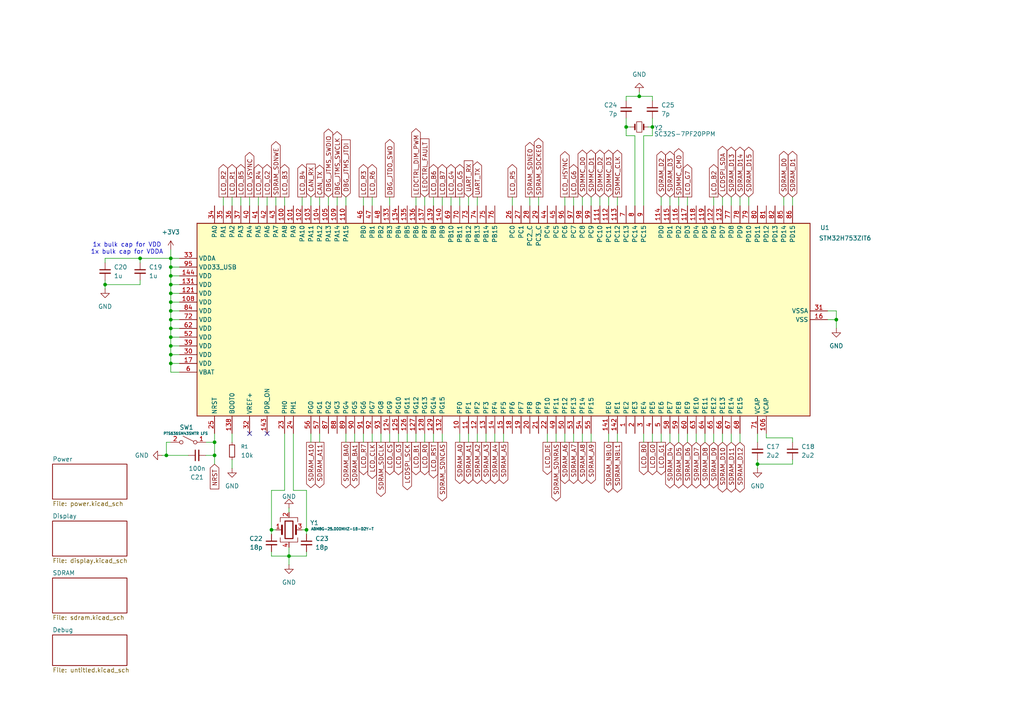
<source format=kicad_sch>
(kicad_sch (version 20250114) (generator "eeschema") (generator_version "9.0")
  (paper "A4")
  (lib_symbols
    (symbol "Device:C_Small" (pin_numbers (hide yes)) (pin_names (offset 0.254) (hide yes))
      (property "Reference" "C" (at 0.254 1.778 0))
      (property "Value" "C_Small" (at 0.254 -2.032 0))
      (symbol "C_Small_0_1"
        (polyline (pts (xy -1.524 0.508) (xy 1.524 0.508)) (stroke (width 0.3048)))
        (polyline (pts (xy -1.524 -0.508) (xy 1.524 -0.508)) (stroke (width 0.3302)))
      )
      (symbol "C_Small_1_1"
        (pin passive line (at 0 2.54 270) (length 2.032) (name "~") (number "1"))
        (pin passive line (at 0 -2.54 90) (length 2.032) (name "~") (number "2"))
      )
    )
    (symbol "Device:Crystal_GND24" (pin_names (offset 1.016) (hide yes))
      (property "Reference" "Y" (at 3.175 5.08 0))
      (property "Value" "Crystal_GND24" (at 3.175 3.175 0))
      (symbol "Crystal_GND24_0_1"
        (polyline (pts (xy -2.54 2.286) (xy -2.54 3.556) (xy 2.54 3.556) (xy 2.54 2.286)))
        (polyline (pts (xy -2.54 0) (xy -2.032 0)))
        (polyline (pts (xy -2.54 -2.286) (xy -2.54 -3.556) (xy 2.54 -3.556) (xy 2.54 -2.286)))
        (polyline (pts (xy -2.032 -1.27) (xy -2.032 1.27)) (stroke (width 0.508)))
        (rectangle (start -1.143 2.54) (end 1.143 -2.54) (stroke (width 0.3048)))
        (polyline (pts (xy 0 3.556) (xy 0 3.81)))
        (polyline (pts (xy 0 -3.81) (xy 0 -3.556)))
        (polyline (pts (xy 2.032 0) (xy 2.54 0)))
        (polyline (pts (xy 2.032 -1.27) (xy 2.032 1.27)) (stroke (width 0.508)))
      )
      (symbol "Crystal_GND24_1_1"
        (pin passive line (at -3.81 0 0) (length 1.27) (name "1") (number "1"))
        (pin passive line (at 0 5.08 270) (length 1.27) (name "2") (number "2"))
        (pin passive line (at 0 -5.08 90) (length 1.27) (name "4") (number "4"))
        (pin passive line (at 3.81 0 180) (length 1.27) (name "3") (number "3"))
      )
    )
    (symbol "Device:Crystal_Small" (pin_numbers (hide yes)) (pin_names (offset 1.016) (hide yes))
      (property "Reference" "Y" (at 0 2.54 0))
      (property "Value" "Crystal_Small" (at 0 -2.54 0))
      (symbol "Crystal_Small_0_1"
        (polyline (pts (xy -1.27 -0.762) (xy -1.27 0.762)) (stroke (width 0.381)))
        (rectangle (start -0.762 -1.524) (end 0.762 1.524))
        (polyline (pts (xy 1.27 -0.762) (xy 1.27 0.762)) (stroke (width 0.381)))
      )
      (symbol "Crystal_Small_1_1"
        (pin passive line (at -2.54 0 0) (length 1.27) (name "1") (number "1"))
        (pin passive line (at 2.54 0 180) (length 1.27) (name "2") (number "2"))
      )
    )
    (symbol "Device:R_Small" (pin_numbers (hide yes)) (pin_names (offset 0.254) (hide yes))
      (property "Reference" "R" (at 0 0 90))
      (property "Value" "R_Small" (at 1.778 0 90))
      (symbol "R_Small_0_1"
        (rectangle (start -0.762 1.778) (end 0.762 -1.778) (stroke (width 0.2032)))
      )
      (symbol "R_Small_1_1"
        (pin passive line (at 0 2.54 270) (length 0.762) (name "~") (number "1"))
        (pin passive line (at 0 -2.54 90) (length 0.762) (name "~") (number "2"))
      )
    )
    (symbol "MCU_ST_STM32H7:STM32H753ZITx"
      (property "Reference" "U" (at -27.94 90.17 0))
      (property "Value" "STM32H753ZITx" (at 20.32 90.17 0))
      (symbol "STM32H753ZITx_0_1"
        (rectangle (start -27.94 -88.9) (end 27.94 88.9) (stroke (width 0.254)) (fill (type background)))
      )
      (symbol "STM32H753ZITx_1_1"
        (pin input line (at -33.02 83.82 0) (length 5.08) (name "NRST") (number "25"))
        (pin input line (at -33.02 78.74 0) (length 5.08) (name "BOOT0") (number "138"))
        (pin input line (at -33.02 73.66 0) (length 5.08) (name "VREF+") (number "32"))
        (pin input line (at -33.02 68.58 0) (length 5.08) (name "PDR_ON") (number "143"))
        (pin bidirectional line (at -33.02 63.5 0) (length 5.08) (name "PH0") (number "23"))
        (pin bidirectional line (at -33.02 60.96 0) (length 5.08) (name "PH1") (number "24"))
        (pin bidirectional line (at -33.02 55.88 0) (length 5.08) (name "PG0") (number "56"))
        (pin bidirectional line (at -33.02 53.34 0) (length 5.08) (name "PG1") (number "57"))
        (pin bidirectional line (at -33.02 50.8 0) (length 5.08) (name "PG2") (number "87"))
        (pin bidirectional line (at -33.02 48.26 0) (length 5.08) (name "PG3") (number "88"))
        (pin bidirectional line (at -33.02 45.72 0) (length 5.08) (name "PG4") (number "89"))
        (pin bidirectional line (at -33.02 43.18 0) (length 5.08) (name "PG5") (number "90"))
        (pin bidirectional line (at -33.02 40.64 0) (length 5.08) (name "PG6") (number "91"))
        (pin bidirectional line (at -33.02 38.1 0) (length 5.08) (name "PG7") (number "92"))
        (pin bidirectional line (at -33.02 35.56 0) (length 5.08) (name "PG8") (number "93"))
        (pin bidirectional line (at -33.02 33.02 0) (length 5.08) (name "PG9") (number "124"))
        (pin bidirectional line (at -33.02 30.48 0) (length 5.08) (name "PG10") (number "125"))
        (pin bidirectional line (at -33.02 27.94 0) (length 5.08) (name "PG11") (number "126"))
        (pin bidirectional line (at -33.02 25.4 0) (length 5.08) (name "PG12") (number "127"))
        (pin bidirectional line (at -33.02 22.86 0) (length 5.08) (name "PG13") (number "128"))
        (pin bidirectional line (at -33.02 20.32 0) (length 5.08) (name "PG14") (number "129"))
        (pin bidirectional line (at -33.02 17.78 0) (length 5.08) (name "PG15") (number "132"))
        (pin bidirectional line (at -33.02 12.7 0) (length 5.08) (name "PF0") (number "10"))
        (pin bidirectional line (at -33.02 10.16 0) (length 5.08) (name "PF1") (number "11"))
        (pin bidirectional line (at -33.02 7.62 0) (length 5.08) (name "PF2") (number "12"))
        (pin bidirectional line (at -33.02 5.08 0) (length 5.08) (name "PF3") (number "13"))
        (pin bidirectional line (at -33.02 2.54 0) (length 5.08) (name "PF4") (number "14"))
        (pin bidirectional line (at -33.02 0 0) (length 5.08) (name "PF5") (number "15"))
        (pin bidirectional line (at -33.02 -2.54 0) (length 5.08) (name "PF6") (number "18"))
        (pin bidirectional line (at -33.02 -5.08 0) (length 5.08) (name "PF7") (number "19"))
        (pin bidirectional line (at -33.02 -7.62 0) (length 5.08) (name "PF8") (number "20"))
        (pin bidirectional line (at -33.02 -10.16 0) (length 5.08) (name "PF9") (number "21"))
        (pin bidirectional line (at -33.02 -12.7 0) (length 5.08) (name "PF10") (number "22"))
        (pin bidirectional line (at -33.02 -15.24 0) (length 5.08) (name "PF11") (number "49"))
        (pin bidirectional line (at -33.02 -17.78 0) (length 5.08) (name "PF12") (number "50"))
        (pin bidirectional line (at -33.02 -20.32 0) (length 5.08) (name "PF13") (number "53"))
        (pin bidirectional line (at -33.02 -22.86 0) (length 5.08) (name "PF14") (number "54"))
        (pin bidirectional line (at -33.02 -25.4 0) (length 5.08) (name "PF15") (number "55"))
        (pin bidirectional line (at -33.02 -30.48 0) (length 5.08) (name "PE0") (number "141"))
        (pin bidirectional line (at -33.02 -33.02 0) (length 5.08) (name "PE1") (number "142"))
        (pin bidirectional line (at -33.02 -35.56 0) (length 5.08) (name "PE2") (number "1"))
        (pin bidirectional line (at -33.02 -38.1 0) (length 5.08) (name "PE3") (number "2"))
        (pin bidirectional line (at -33.02 -40.64 0) (length 5.08) (name "PE4") (number "3"))
        (pin bidirectional line (at -33.02 -43.18 0) (length 5.08) (name "PE5") (number "4"))
        (pin bidirectional line (at -33.02 -45.72 0) (length 5.08) (name "PE6") (number "5"))
        (pin bidirectional line (at -33.02 -48.26 0) (length 5.08) (name "PE7") (number "58"))
        (pin bidirectional line (at -33.02 -50.8 0) (length 5.08) (name "PE8") (number "59"))
        (pin bidirectional line (at -33.02 -53.34 0) (length 5.08) (name "PE9") (number "60"))
        (pin bidirectional line (at -33.02 -55.88 0) (length 5.08) (name "PE10") (number "63"))
        (pin bidirectional line (at -33.02 -58.42 0) (length 5.08) (name "PE11") (number "64"))
        (pin bidirectional line (at -33.02 -60.96 0) (length 5.08) (name "PE12") (number "65"))
        (pin bidirectional line (at -33.02 -63.5 0) (length 5.08) (name "PE13") (number "66"))
        (pin bidirectional line (at -33.02 -66.04 0) (length 5.08) (name "PE14") (number "67"))
        (pin bidirectional line (at -33.02 -68.58 0) (length 5.08) (name "PE15") (number "68"))
        (pin power_out line (at -33.02 -73.66 0) (length 5.08) (name "VCAP") (number "71"))
        (pin power_out line (at -33.02 -76.2 0) (length 5.08) (name "VCAP") (number "106"))
        (pin power_in line (at -15.24 93.98 270) (length 5.08) (name "VBAT") (number "6"))
        (pin power_in line (at -12.7 93.98 270) (length 5.08) (name "VDD") (number "17"))
        (pin power_in line (at -10.16 93.98 270) (length 5.08) (name "VDD") (number "30"))
        (pin power_in line (at -7.62 93.98 270) (length 5.08) (name "VDD") (number "39"))
        (pin power_in line (at -5.08 93.98 270) (length 5.08) (name "VDD") (number "52"))
        (pin power_in line (at -2.54 93.98 270) (length 5.08) (name "VDD") (number "62"))
        (pin power_in line (at 0 93.98 270) (length 5.08) (name "VDD") (number "72"))
        (pin passive line (at 0 -93.98 90) (length 5.08) (hide yes) (name "VSS") (number "107"))
        (pin passive line (at 0 -93.98 90) (length 5.08) (hide yes) (name "VSS") (number "120"))
        (pin passive line (at 0 -93.98 90) (length 5.08) (hide yes) (name "VSS") (number "130"))
        (pin power_in line (at 0 -93.98 90) (length 5.08) (name "VSS") (number "16"))
        (pin passive line (at 0 -93.98 90) (length 5.08) (hide yes) (name "VSS") (number "38"))
        (pin passive line (at 0 -93.98 90) (length 5.08) (hide yes) (name "VSS") (number "51"))
        (pin passive line (at 0 -93.98 90) (length 5.08) (hide yes) (name "VSS") (number "61"))
        (pin passive line (at 0 -93.98 90) (length 5.08) (hide yes) (name "VSS") (number "83"))
        (pin passive line (at 0 -93.98 90) (length 5.08) (hide yes) (name "VSS") (number "94"))
        (pin power_in line (at 2.54 93.98 270) (length 5.08) (name "VDD") (number "84"))
        (pin power_in line (at 2.54 -93.98 90) (length 5.08) (name "VSSA") (number "31"))
        (pin power_in line (at 5.08 93.98 270) (length 5.08) (name "VDD") (number "108"))
        (pin power_in line (at 7.62 93.98 270) (length 5.08) (name "VDD") (number "121"))
        (pin power_in line (at 10.16 93.98 270) (length 5.08) (name "VDD") (number "131"))
        (pin power_in line (at 12.7 93.98 270) (length 5.08) (name "VDD") (number "144"))
        (pin power_in line (at 15.24 93.98 270) (length 5.08) (name "VDD33_USB") (number "95"))
        (pin power_in line (at 17.78 93.98 270) (length 5.08) (name "VDDA") (number "33"))
        (pin bidirectional line (at 33.02 83.82 180) (length 5.08) (name "PA0") (number "34"))
        (pin bidirectional line (at 33.02 81.28 180) (length 5.08) (name "PA1") (number "35"))
        (pin bidirectional line (at 33.02 78.74 180) (length 5.08) (name "PA2") (number "36"))
        (pin bidirectional line (at 33.02 76.2 180) (length 5.08) (name "PA3") (number "37"))
        (pin bidirectional line (at 33.02 73.66 180) (length 5.08) (name "PA4") (number "40"))
        (pin bidirectional line (at 33.02 71.12 180) (length 5.08) (name "PA5") (number "41"))
        (pin bidirectional line (at 33.02 68.58 180) (length 5.08) (name "PA6") (number "42"))
        (pin bidirectional line (at 33.02 66.04 180) (length 5.08) (name "PA7") (number "43"))
        (pin bidirectional line (at 33.02 63.5 180) (length 5.08) (name "PA8") (number "100"))
        (pin bidirectional line (at 33.02 60.96 180) (length 5.08) (name "PA9") (number "101"))
        (pin bidirectional line (at 33.02 58.42 180) (length 5.08) (name "PA10") (number "102"))
        (pin bidirectional line (at 33.02 55.88 180) (length 5.08) (name "PA11") (number "103"))
        (pin bidirectional line (at 33.02 53.34 180) (length 5.08) (name "PA12") (number "104"))
        (pin bidirectional line (at 33.02 50.8 180) (length 5.08) (name "PA13") (number "105"))
        (pin bidirectional line (at 33.02 48.26 180) (length 5.08) (name "PA14") (number "109"))
        (pin bidirectional line (at 33.02 45.72 180) (length 5.08) (name "PA15") (number "110"))
        (pin bidirectional line (at 33.02 40.64 180) (length 5.08) (name "PB0") (number "46"))
        (pin bidirectional line (at 33.02 38.1 180) (length 5.08) (name "PB1") (number "47"))
        (pin bidirectional line (at 33.02 35.56 180) (length 5.08) (name "PB2") (number "48"))
        (pin bidirectional line (at 33.02 33.02 180) (length 5.08) (name "PB3") (number "133"))
        (pin bidirectional line (at 33.02 30.48 180) (length 5.08) (name "PB4") (number "134"))
        (pin bidirectional line (at 33.02 27.94 180) (length 5.08) (name "PB5") (number "135"))
        (pin bidirectional line (at 33.02 25.4 180) (length 5.08) (name "PB6") (number "136"))
        (pin bidirectional line (at 33.02 22.86 180) (length 5.08) (name "PB7") (number "137"))
        (pin bidirectional line (at 33.02 20.32 180) (length 5.08) (name "PB8") (number "139"))
        (pin bidirectional line (at 33.02 17.78 180) (length 5.08) (name "PB9") (number "140"))
        (pin bidirectional line (at 33.02 15.24 180) (length 5.08) (name "PB10") (number "69"))
        (pin bidirectional line (at 33.02 12.7 180) (length 5.08) (name "PB11") (number "70"))
        (pin bidirectional line (at 33.02 10.16 180) (length 5.08) (name "PB12") (number "73"))
        (pin bidirectional line (at 33.02 7.62 180) (length 5.08) (name "PB13") (number "74"))
        (pin bidirectional line (at 33.02 5.08 180) (length 5.08) (name "PB14") (number "75"))
        (pin bidirectional line (at 33.02 2.54 180) (length 5.08) (name "PB15") (number "76"))
        (pin bidirectional line (at 33.02 -2.54 180) (length 5.08) (name "PC0") (number "26"))
        (pin bidirectional line (at 33.02 -5.08 180) (length 5.08) (name "PC1") (number "27"))
        (pin bidirectional line (at 33.02 -7.62 180) (length 5.08) (name "PC2_C") (number "28"))
        (pin bidirectional line (at 33.02 -10.16 180) (length 5.08) (name "PC3_C") (number "29"))
        (pin bidirectional line (at 33.02 -12.7 180) (length 5.08) (name "PC4") (number "44"))
        (pin bidirectional line (at 33.02 -15.24 180) (length 5.08) (name "PC5") (number "45"))
        (pin bidirectional line (at 33.02 -17.78 180) (length 5.08) (name "PC6") (number "96"))
        (pin bidirectional line (at 33.02 -20.32 180) (length 5.08) (name "PC7") (number "97"))
        (pin bidirectional line (at 33.02 -22.86 180) (length 5.08) (name "PC8") (number "98"))
        (pin bidirectional line (at 33.02 -25.4 180) (length 5.08) (name "PC9") (number "99"))
        (pin bidirectional line (at 33.02 -27.94 180) (length 5.08) (name "PC10") (number "111"))
        (pin bidirectional line (at 33.02 -30.48 180) (length 5.08) (name "PC11") (number "112"))
        (pin bidirectional line (at 33.02 -33.02 180) (length 5.08) (name "PC12") (number "113"))
        (pin bidirectional line (at 33.02 -35.56 180) (length 5.08) (name "PC13") (number "7"))
        (pin bidirectional line (at 33.02 -38.1 180) (length 5.08) (name "PC14") (number "8"))
        (pin bidirectional line (at 33.02 -40.64 180) (length 5.08) (name "PC15") (number "9"))
        (pin bidirectional line (at 33.02 -45.72 180) (length 5.08) (name "PD0") (number "114"))
        (pin bidirectional line (at 33.02 -48.26 180) (length 5.08) (name "PD1") (number "115"))
        (pin bidirectional line (at 33.02 -50.8 180) (length 5.08) (name "PD2") (number "116"))
        (pin bidirectional line (at 33.02 -53.34 180) (length 5.08) (name "PD3") (number "117"))
        (pin bidirectional line (at 33.02 -55.88 180) (length 5.08) (name "PD4") (number "118"))
        (pin bidirectional line (at 33.02 -58.42 180) (length 5.08) (name "PD5") (number "119"))
        (pin bidirectional line (at 33.02 -60.96 180) (length 5.08) (name "PD6") (number "122"))
        (pin bidirectional line (at 33.02 -63.5 180) (length 5.08) (name "PD7") (number "123"))
        (pin bidirectional line (at 33.02 -66.04 180) (length 5.08) (name "PD8") (number "77"))
        (pin bidirectional line (at 33.02 -68.58 180) (length 5.08) (name "PD9") (number "78"))
        (pin bidirectional line (at 33.02 -71.12 180) (length 5.08) (name "PD10") (number "79"))
        (pin bidirectional line (at 33.02 -73.66 180) (length 5.08) (name "PD11") (number "80"))
        (pin bidirectional line (at 33.02 -76.2 180) (length 5.08) (name "PD12") (number "81"))
        (pin bidirectional line (at 33.02 -78.74 180) (length 5.08) (name "PD13") (number "82"))
        (pin bidirectional line (at 33.02 -81.28 180) (length 5.08) (name "PD14") (number "85"))
        (pin bidirectional line (at 33.02 -83.82 180) (length 5.08) (name "PD15") (number "86"))
      )
    )
    (symbol "Switch:SW_SPST" (pin_names (offset 0) (hide yes))
      (property "Reference" "SW" (at 0 3.175 0))
      (property "Value" "SW_SPST" (at 0 -2.54 0))
      (symbol "SW_SPST_0_0"
        (circle (center -2.032 0) (radius 0.508))
        (polyline (pts (xy -1.524 0.254) (xy 1.524 1.778)))
        (circle (center 2.032 0) (radius 0.508))
      )
      (symbol "SW_SPST_1_1"
        (pin passive line (at -5.08 0 0) (length 2.54) (name "A") (number "1"))
        (pin passive line (at 5.08 0 180) (length 2.54) (name "B") (number "2"))
      )
    )
    (symbol "power:+3V3" (power) (pin_numbers (hide yes)) (pin_names (offset 0) (hide yes))
      (property "Value" "+3V3" (at 0 3.556 0))
      (symbol "+3V3_0_1"
        (polyline (pts (xy -0.762 1.27) (xy 0 2.54)))
        (polyline (pts (xy 0 2.54) (xy 0.762 1.27)))
        (polyline (pts (xy 0 0) (xy 0 2.54)))
      )
      (symbol "+3V3_1_1"
        (pin power_in line (at 0 0 90) (length 0) (name "~") (number "1"))
      )
    )
    (symbol "power:GND" (power) (pin_numbers (hide yes)) (pin_names (offset 0) (hide yes))
      (property "Value" "GND" (at 0 -3.81 0))
      (symbol "GND_0_1"
        (polyline (pts (xy 0 0) (xy 0 -1.27) (xy 1.27 -1.27) (xy 0 -2.54) (xy -1.27 -1.27) (xy 0 -1.27)))
      )
      (symbol "GND_1_1"
        (pin power_in line (at 0 0 270) (length 0) (name "~") (number "1"))
      )
    )
  )
  (text "1x bulk cap for VDD\n1x bulk cap for VDDA" (at 36.83 72.136 0) (effects (font (size 1.27 1.27))))
  (junction (at 242.57 92.71))
  (junction (at 83.82 161.29))
  (junction (at 49.53 100.33))
  (junction (at 49.53 102.87))
  (junction (at 48.26 132.08))
  (junction (at 185.42 27.94))
  (junction (at 49.53 74.93))
  (junction (at 40.64 74.93))
  (junction (at 49.53 80.01))
  (junction (at 62.23 128.27))
  (junction (at 49.53 77.47))
  (junction (at 62.23 132.08))
  (junction (at 30.48 82.55))
  (junction (at 49.53 95.25))
  (junction (at 49.53 105.41))
  (junction (at 49.53 82.55))
  (junction (at 49.53 87.63))
  (junction (at 49.53 90.17))
  (junction (at 49.53 92.71))
  (junction (at 219.71 134.62))
  (junction (at 189.23 36.83))
  (junction (at 49.53 85.09))
  (junction (at 78.74 153.67))
  (junction (at 88.9 153.67))
  (junction (at 181.61 36.83))
  (junction (at 49.53 97.79))
  (no_connect (at 77.47 125.73))
  (no_connect (at 72.39 125.73))
  (wire (pts (xy 83.82 161.29) (xy 88.9 161.29)))
  (wire (pts (xy 146.05 125.73) (xy 146.05 128.27)))
  (wire (pts (xy 212.09 57.15) (xy 212.09 59.69)))
  (wire (pts (xy 229.87 57.15) (xy 229.87 59.69)))
  (wire (pts (xy 62.23 128.27) (xy 62.23 125.73)))
  (wire (pts (xy 88.9 142.24) (xy 85.09 142.24)))
  (wire (pts (xy 49.53 80.01) (xy 52.07 80.01)))
  (wire (pts (xy 80.01 57.15) (xy 80.01 59.69)))
  (wire (pts (xy 199.39 57.15) (xy 199.39 59.69)))
  (wire (pts (xy 97.79 57.15) (xy 97.79 59.69)))
  (wire (pts (xy 74.93 57.15) (xy 74.93 59.69)))
  (wire (pts (xy 67.31 133.35) (xy 67.31 135.89)))
  (wire (pts (xy 100.33 57.15) (xy 100.33 59.69)))
  (wire (pts (xy 78.74 142.24) (xy 82.55 142.24)))
  (wire (pts (xy 207.01 57.15) (xy 207.01 59.69)))
  (wire (pts (xy 102.87 125.73) (xy 102.87 128.27)))
  (wire (pts (xy 78.74 153.67) (xy 78.74 142.24)))
  (wire (pts (xy 168.91 57.15) (xy 168.91 59.69)))
  (wire (pts (xy 92.71 57.15) (xy 92.71 59.69)))
  (wire (pts (xy 88.9 160.02) (xy 88.9 161.29)))
  (wire (pts (xy 67.31 57.15) (xy 67.31 59.69)))
  (wire (pts (xy 209.55 128.27) (xy 209.55 125.73)))
  (wire (pts (xy 229.87 134.62) (xy 219.71 134.62)))
  (wire (pts (xy 123.19 57.15) (xy 123.19 59.69)))
  (wire (pts (xy 49.53 90.17) (xy 52.07 90.17)))
  (wire (pts (xy 201.93 128.27) (xy 201.93 125.73)))
  (wire (pts (xy 123.19 125.73) (xy 123.19 128.27)))
  (wire (pts (xy 113.03 57.15) (xy 113.03 59.69)))
  (wire (pts (xy 196.85 57.15) (xy 196.85 59.69)))
  (wire (pts (xy 49.53 85.09) (xy 52.07 85.09)))
  (wire (pts (xy 168.91 125.73) (xy 168.91 128.27)))
  (wire (pts (xy 87.63 153.67) (xy 88.9 153.67)))
  (wire (pts (xy 49.53 102.87) (xy 52.07 102.87)))
  (wire (pts (xy 52.07 107.95) (xy 49.53 107.95)))
  (wire (pts (xy 135.89 125.73) (xy 135.89 128.27)))
  (wire (pts (xy 85.09 142.24) (xy 85.09 125.73)))
  (wire (pts (xy 49.53 107.95) (xy 49.53 105.41)))
  (wire (pts (xy 209.55 57.15) (xy 209.55 59.69)))
  (wire (pts (xy 176.53 125.73) (xy 176.53 128.27)))
  (wire (pts (xy 87.63 57.15) (xy 87.63 59.69)))
  (wire (pts (xy 48.26 132.08) (xy 54.61 132.08)))
  (wire (pts (xy 49.53 87.63) (xy 52.07 87.63)))
  (wire (pts (xy 222.25 127) (xy 222.25 125.73)))
  (wire (pts (xy 30.48 82.55) (xy 30.48 83.82)))
  (wire (pts (xy 48.26 128.27) (xy 48.26 132.08)))
  (wire (pts (xy 30.48 82.55) (xy 30.48 81.28)))
  (wire (pts (xy 49.53 97.79) (xy 49.53 100.33)))
  (wire (pts (xy 186.69 39.37) (xy 189.23 39.37)))
  (wire (pts (xy 30.48 74.93) (xy 40.64 74.93)))
  (wire (pts (xy 199.39 125.73) (xy 199.39 128.27)))
  (wire (pts (xy 95.25 57.15) (xy 95.25 59.69)))
  (wire (pts (xy 64.77 57.15) (xy 64.77 59.69)))
  (wire (pts (xy 179.07 57.15) (xy 179.07 59.69)))
  (wire (pts (xy 46.99 132.08) (xy 48.26 132.08)))
  (wire (pts (xy 107.95 57.15) (xy 107.95 59.69)))
  (wire (pts (xy 182.88 36.83) (xy 181.61 36.83)))
  (wire (pts (xy 128.27 125.73) (xy 128.27 128.27)))
  (wire (pts (xy 59.69 128.27) (xy 62.23 128.27)))
  (wire (pts (xy 240.03 92.71) (xy 242.57 92.71)))
  (wire (pts (xy 49.53 87.63) (xy 49.53 90.17)))
  (wire (pts (xy 189.23 36.83) (xy 187.96 36.83)))
  (wire (pts (xy 120.65 125.73) (xy 120.65 128.27)))
  (wire (pts (xy 173.99 57.15) (xy 173.99 59.69)))
  (wire (pts (xy 229.87 133.35) (xy 229.87 134.62)))
  (wire (pts (xy 80.01 153.67) (xy 78.74 153.67)))
  (wire (pts (xy 49.53 90.17) (xy 49.53 92.71)))
  (wire (pts (xy 166.37 57.15) (xy 166.37 59.69)))
  (wire (pts (xy 49.53 74.93) (xy 52.07 74.93)))
  (wire (pts (xy 49.53 92.71) (xy 52.07 92.71)))
  (wire (pts (xy 191.77 125.73) (xy 191.77 128.27)))
  (wire (pts (xy 133.35 125.73) (xy 133.35 128.27)))
  (wire (pts (xy 214.63 128.27) (xy 214.63 125.73)))
  (wire (pts (xy 163.83 57.15) (xy 163.83 59.69)))
  (wire (pts (xy 88.9 153.67) (xy 88.9 142.24)))
  (wire (pts (xy 179.07 125.73) (xy 179.07 128.27)))
  (wire (pts (xy 69.85 57.15) (xy 69.85 59.69)))
  (wire (pts (xy 59.69 132.08) (xy 62.23 132.08)))
  (wire (pts (xy 49.53 92.71) (xy 49.53 95.25)))
  (wire (pts (xy 181.61 27.94) (xy 181.61 29.21)))
  (wire (pts (xy 184.15 39.37) (xy 184.15 59.69)))
  (wire (pts (xy 82.55 57.15) (xy 82.55 59.69)))
  (wire (pts (xy 78.74 153.67) (xy 78.74 154.94)))
  (wire (pts (xy 100.33 125.73) (xy 100.33 128.27)))
  (wire (pts (xy 125.73 57.15) (xy 125.73 59.69)))
  (wire (pts (xy 49.53 82.55) (xy 49.53 85.09)))
  (wire (pts (xy 219.71 134.62) (xy 219.71 135.89)))
  (wire (pts (xy 158.75 125.73) (xy 158.75 128.27)))
  (wire (pts (xy 49.53 95.25) (xy 49.53 97.79)))
  (wire (pts (xy 83.82 158.75) (xy 83.82 161.29)))
  (wire (pts (xy 49.53 74.93) (xy 49.53 77.47)))
  (wire (pts (xy 120.65 57.15) (xy 120.65 59.69)))
  (wire (pts (xy 133.35 57.15) (xy 133.35 59.69)))
  (wire (pts (xy 217.17 57.15) (xy 217.17 59.69)))
  (wire (pts (xy 212.09 128.27) (xy 212.09 125.73)))
  (wire (pts (xy 186.69 39.37) (xy 186.69 59.69)))
  (wire (pts (xy 194.31 125.73) (xy 194.31 128.27)))
  (wire (pts (xy 49.53 72.39) (xy 49.53 74.93)))
  (wire (pts (xy 49.53 100.33) (xy 49.53 102.87)))
  (wire (pts (xy 49.53 97.79) (xy 52.07 97.79)))
  (wire (pts (xy 207.01 128.27) (xy 207.01 125.73)))
  (wire (pts (xy 242.57 92.71) (xy 242.57 90.17)))
  (wire (pts (xy 49.53 102.87) (xy 49.53 105.41)))
  (wire (pts (xy 191.77 57.15) (xy 191.77 59.69)))
  (wire (pts (xy 171.45 57.15) (xy 171.45 59.69)))
  (wire (pts (xy 77.47 57.15) (xy 77.47 59.69)))
  (wire (pts (xy 88.9 153.67) (xy 88.9 154.94)))
  (wire (pts (xy 219.71 125.73) (xy 219.71 128.27)))
  (wire (pts (xy 49.53 77.47) (xy 49.53 80.01)))
  (wire (pts (xy 135.89 57.15) (xy 135.89 59.69)))
  (wire (pts (xy 227.33 57.15) (xy 227.33 59.69)))
  (wire (pts (xy 78.74 160.02) (xy 78.74 161.29)))
  (wire (pts (xy 49.53 105.41) (xy 52.07 105.41)))
  (wire (pts (xy 49.53 128.27) (xy 48.26 128.27)))
  (wire (pts (xy 110.49 125.73) (xy 110.49 128.27)))
  (wire (pts (xy 130.81 57.15) (xy 130.81 59.69)))
  (wire (pts (xy 163.83 125.73) (xy 163.83 128.27)))
  (wire (pts (xy 153.67 57.15) (xy 153.67 59.69)))
  (wire (pts (xy 186.69 125.73) (xy 186.69 128.27)))
  (wire (pts (xy 181.61 36.83) (xy 181.61 39.37)))
  (wire (pts (xy 161.29 125.73) (xy 161.29 128.27)))
  (wire (pts (xy 49.53 100.33) (xy 52.07 100.33)))
  (wire (pts (xy 242.57 95.25) (xy 242.57 92.71)))
  (wire (pts (xy 143.51 125.73) (xy 143.51 128.27)))
  (wire (pts (xy 176.53 57.15) (xy 176.53 59.69)))
  (wire (pts (xy 242.57 90.17) (xy 240.03 90.17)))
  (wire (pts (xy 196.85 125.73) (xy 196.85 128.27)))
  (wire (pts (xy 62.23 132.08) (xy 62.23 134.62)))
  (wire (pts (xy 49.53 82.55) (xy 52.07 82.55)))
  (wire (pts (xy 30.48 76.2) (xy 30.48 74.93)))
  (wire (pts (xy 204.47 128.27) (xy 204.47 125.73)))
  (wire (pts (xy 83.82 147.32) (xy 83.82 148.59)))
  (wire (pts (xy 189.23 29.21) (xy 189.23 27.94)))
  (wire (pts (xy 140.97 125.73) (xy 140.97 128.27)))
  (wire (pts (xy 189.23 125.73) (xy 189.23 128.27)))
  (wire (pts (xy 90.17 125.73) (xy 90.17 128.27)))
  (wire (pts (xy 166.37 125.73) (xy 166.37 128.27)))
  (wire (pts (xy 148.59 57.15) (xy 148.59 59.69)))
  (wire (pts (xy 125.73 128.27) (xy 125.73 125.73)))
  (wire (pts (xy 189.23 34.29) (xy 189.23 36.83)))
  (wire (pts (xy 138.43 125.73) (xy 138.43 128.27)))
  (wire (pts (xy 185.42 27.94) (xy 189.23 27.94)))
  (wire (pts (xy 78.74 161.29) (xy 83.82 161.29)))
  (wire (pts (xy 62.23 132.08) (xy 62.23 128.27)))
  (wire (pts (xy 49.53 80.01) (xy 49.53 82.55)))
  (wire (pts (xy 118.11 125.73) (xy 118.11 128.27)))
  (wire (pts (xy 72.39 57.15) (xy 72.39 59.69)))
  (wire (pts (xy 40.64 81.28) (xy 40.64 82.55)))
  (wire (pts (xy 107.95 125.73) (xy 107.95 128.27)))
  (wire (pts (xy 156.21 57.15) (xy 156.21 59.69)))
  (wire (pts (xy 185.42 26.67) (xy 185.42 27.94)))
  (wire (pts (xy 92.71 125.73) (xy 92.71 128.27)))
  (wire (pts (xy 128.27 57.15) (xy 128.27 59.69)))
  (wire (pts (xy 229.87 128.27) (xy 229.87 127)))
  (wire (pts (xy 40.64 74.93) (xy 49.53 74.93)))
  (wire (pts (xy 229.87 127) (xy 222.25 127)))
  (wire (pts (xy 194.31 57.15) (xy 194.31 59.69)))
  (wire (pts (xy 181.61 34.29) (xy 181.61 36.83)))
  (wire (pts (xy 138.43 57.15) (xy 138.43 59.69)))
  (wire (pts (xy 40.64 74.93) (xy 40.64 76.2)))
  (wire (pts (xy 105.41 57.15) (xy 105.41 59.69)))
  (wire (pts (xy 49.53 95.25) (xy 52.07 95.25)))
  (wire (pts (xy 83.82 161.29) (xy 83.82 163.83)))
  (wire (pts (xy 214.63 57.15) (xy 214.63 59.69)))
  (wire (pts (xy 189.23 39.37) (xy 189.23 36.83)))
  (wire (pts (xy 115.57 125.73) (xy 115.57 128.27)))
  (wire (pts (xy 52.07 77.47) (xy 49.53 77.47)))
  (wire (pts (xy 185.42 27.94) (xy 181.61 27.94)))
  (wire (pts (xy 49.53 85.09) (xy 49.53 87.63)))
  (wire (pts (xy 181.61 39.37) (xy 184.15 39.37)))
  (wire (pts (xy 113.03 125.73) (xy 113.03 128.27)))
  (wire (pts (xy 82.55 142.24) (xy 82.55 125.73)))
  (wire (pts (xy 90.17 57.15) (xy 90.17 59.69)))
  (wire (pts (xy 105.41 125.73) (xy 105.41 128.27)))
  (wire (pts (xy 67.31 125.73) (xy 67.31 128.27)))
  (wire (pts (xy 40.64 82.55) (xy 30.48 82.55)))
  (wire (pts (xy 219.71 134.62) (xy 219.71 133.35)))
  (wire (pts (xy 171.45 125.73) (xy 171.45 128.27)))
  (global_label "LCD_DE" (shape output) (at 158.75 128.27 270) (property "Intersheetrefs" "${INTERSHEET_REFS}" (effects (hide yes))))
  (global_label "NRST" (shape input) (at 62.23 134.62 270) (property "Intersheetrefs" "${INTERSHEET_REFS}" (effects (hide yes))))
  (global_label "LCD_G2" (shape output) (at 77.47 57.15 90) (property "Intersheetrefs" "${INTERSHEET_REFS}" (effects (hide yes))))
  (global_label "SDRAM_SDCKE0" (shape output) (at 156.21 57.15 90) (property "Intersheetrefs" "${INTERSHEET_REFS}" (effects (hide yes))))
  (global_label "SDRAM_SDNRAS" (shape output) (at 161.29 128.27 270) (property "Intersheetrefs" "${INTERSHEET_REFS}" (effects (hide yes))))
  (global_label "SDRAM_D11" (shape bidirectional) (at 212.09 128.27 270) (property "Intersheetrefs" "${INTERSHEET_REFS}" (effects (hide yes))))
  (global_label "SDRAM_D15" (shape bidirectional) (at 217.17 57.15 90) (property "Intersheetrefs" "${INTERSHEET_REFS}" (effects (hide yes))))
  (global_label "LCD_R0" (shape output) (at 123.19 128.27 270) (property "Intersheetrefs" "${INTERSHEET_REFS}" (effects (hide yes))))
  (global_label "LCD_G4" (shape output) (at 130.81 57.15 90) (property "Intersheetrefs" "${INTERSHEET_REFS}" (effects (hide yes))))
  (global_label "UART_TX" (shape output) (at 138.43 57.15 90) (property "Intersheetrefs" "${INTERSHEET_REFS}" (effects (hide yes))))
  (global_label "SDRAM_BA0" (shape output) (at 100.33 128.27 270) (property "Intersheetrefs" "${INTERSHEET_REFS}" (effects (hide yes))))
  (global_label "SDRAM_A2" (shape output) (at 138.43 128.27 270) (property "Intersheetrefs" "${INTERSHEET_REFS}" (effects (hide yes))))
  (global_label "SDRAM_D13" (shape bidirectional) (at 212.09 57.15 90) (property "Intersheetrefs" "${INTERSHEET_REFS}" (effects (hide yes))))
  (global_label "SDRAM_NBL1" (shape output) (at 179.07 128.27 270) (property "Intersheetrefs" "${INTERSHEET_REFS}" (effects (hide yes))))
  (global_label "LCD_RST" (shape output) (at 125.73 128.27 270) (property "Intersheetrefs" "${INTERSHEET_REFS}" (effects (hide yes))))
  (global_label "SDMMC_D2" (shape bidirectional) (at 173.99 57.15 90) (property "Intersheetrefs" "${INTERSHEET_REFS}" (effects (hide yes))))
  (global_label "SDRAM_D9" (shape bidirectional) (at 207.01 128.27 270) (property "Intersheetrefs" "${INTERSHEET_REFS}" (effects (hide yes))))
  (global_label "SDRAM_D4" (shape bidirectional) (at 194.31 128.27 270) (property "Intersheetrefs" "${INTERSHEET_REFS}" (effects (hide yes))))
  (global_label "SDRAM_D10" (shape bidirectional) (at 209.55 128.27 270) (property "Intersheetrefs" "${INTERSHEET_REFS}" (effects (hide yes))))
  (global_label "LCD_G1" (shape output) (at 191.77 128.27 270) (property "Intersheetrefs" "${INTERSHEET_REFS}" (effects (hide yes))))
  (global_label "SDRAM_D8" (shape bidirectional) (at 204.47 128.27 270) (property "Intersheetrefs" "${INTERSHEET_REFS}" (effects (hide yes))))
  (global_label "LCD_G6" (shape output) (at 166.37 57.15 90) (property "Intersheetrefs" "${INTERSHEET_REFS}" (effects (hide yes))))
  (global_label "SDMMC_D3" (shape bidirectional) (at 176.53 57.15 90) (property "Intersheetrefs" "${INTERSHEET_REFS}" (effects (hide yes))))
  (global_label "LCD_R6" (shape output) (at 107.95 57.15 90) (property "Intersheetrefs" "${INTERSHEET_REFS}" (effects (hide yes))))
  (global_label "LCD_G3" (shape output) (at 115.57 128.27 270) (property "Intersheetrefs" "${INTERSHEET_REFS}" (effects (hide yes))))
  (global_label "LCD_B0" (shape output) (at 186.69 128.27 270) (property "Intersheetrefs" "${INTERSHEET_REFS}" (effects (hide yes))))
  (global_label "LCD_B5" (shape output) (at 69.85 57.15 90) (property "Intersheetrefs" "${INTERSHEET_REFS}" (effects (hide yes))))
  (global_label "LCDSPI_SCK" (shape output) (at 118.11 128.27 270) (property "Intersheetrefs" "${INTERSHEET_REFS}" (effects (hide yes))))
  (global_label "LCD_B1" (shape output) (at 120.65 128.27 270) (property "Intersheetrefs" "${INTERSHEET_REFS}" (effects (hide yes))))
  (global_label "SDRAM_A7" (shape output) (at 166.37 128.27 270) (property "Intersheetrefs" "${INTERSHEET_REFS}" (effects (hide yes))))
  (global_label "LCD_B6" (shape output) (at 125.73 57.15 90) (property "Intersheetrefs" "${INTERSHEET_REFS}" (effects (hide yes))))
  (global_label "LCD_G7" (shape output) (at 199.39 57.15 90) (property "Intersheetrefs" "${INTERSHEET_REFS}" (effects (hide yes))))
  (global_label "SDRAM_A11" (shape output) (at 92.71 128.27 270) (property "Intersheetrefs" "${INTERSHEET_REFS}" (effects (hide yes))))
  (global_label "SDRAM_A9" (shape output) (at 171.45 128.27 270) (property "Intersheetrefs" "${INTERSHEET_REFS}" (effects (hide yes))))
  (global_label "SDMMC_D1" (shape bidirectional) (at 171.45 57.15 90) (property "Intersheetrefs" "${INTERSHEET_REFS}" (effects (hide yes))))
  (global_label "SDRAM_D7" (shape bidirectional) (at 201.93 128.27 270) (property "Intersheetrefs" "${INTERSHEET_REFS}" (effects (hide yes))))
  (global_label "DBG_JTDO_SWO" (shape output) (at 113.03 57.15 90) (property "Intersheetrefs" "${INTERSHEET_REFS}" (effects (hide yes))))
  (global_label "CAN_RX" (shape input) (at 90.17 57.15 90) (property "Intersheetrefs" "${INTERSHEET_REFS}" (effects (hide yes))))
  (global_label "LCD_B2" (shape output) (at 207.01 57.15 90) (property "Intersheetrefs" "${INTERSHEET_REFS}" (effects (hide yes))))
  (global_label "LCD_R3" (shape output) (at 105.41 57.15 90) (property "Intersheetrefs" "${INTERSHEET_REFS}" (effects (hide yes))))
  (global_label "LCD_R2" (shape output) (at 64.77 57.15 90) (property "Intersheetrefs" "${INTERSHEET_REFS}" (effects (hide yes))))
  (global_label "SDRAM_D5" (shape bidirectional) (at 196.85 128.27 270) (property "Intersheetrefs" "${INTERSHEET_REFS}" (effects (hide yes))))
  (global_label "SDRAM_A6" (shape output) (at 163.83 128.27 270) (property "Intersheetrefs" "${INTERSHEET_REFS}" (effects (hide yes))))
  (global_label "UART_RX" (shape input) (at 135.89 57.15 90) (property "Intersheetrefs" "${INTERSHEET_REFS}" (effects (hide yes))))
  (global_label "LCD_G0" (shape output) (at 189.23 128.27 270) (property "Intersheetrefs" "${INTERSHEET_REFS}" (effects (hide yes))))
  (global_label "LCD_R7" (shape output) (at 105.41 128.27 270) (property "Intersheetrefs" "${INTERSHEET_REFS}" (effects (hide yes))))
  (global_label "LCD_HSYNC" (shape output) (at 163.83 57.15 90) (property "Intersheetrefs" "${INTERSHEET_REFS}" (effects (hide yes))))
  (global_label "SDRAM_D2" (shape bidirectional) (at 191.77 57.15 90) (property "Intersheetrefs" "${INTERSHEET_REFS}" (effects (hide yes))))
  (global_label "LCD_G5" (shape output) (at 133.35 57.15 90) (property "Intersheetrefs" "${INTERSHEET_REFS}" (effects (hide yes))))
  (global_label "LCD_R4" (shape output) (at 74.93 57.15 90) (property "Intersheetrefs" "${INTERSHEET_REFS}" (effects (hide yes))))
  (global_label "SDRAM_A1" (shape output) (at 135.89 128.27 270) (property "Intersheetrefs" "${INTERSHEET_REFS}" (effects (hide yes))))
  (global_label "LCD_B4" (shape output) (at 87.63 57.15 90) (property "Intersheetrefs" "${INTERSHEET_REFS}" (effects (hide yes))))
  (global_label "SDMMC_CLK" (shape output) (at 179.07 57.15 90) (property "Intersheetrefs" "${INTERSHEET_REFS}" (effects (hide yes))))
  (global_label "SDRAM_A3" (shape output) (at 140.97 128.27 270) (property "Intersheetrefs" "${INTERSHEET_REFS}" (effects (hide yes))))
  (global_label "LCD_CS" (shape output) (at 113.03 128.27 270) (property "Intersheetrefs" "${INTERSHEET_REFS}" (effects (hide yes))))
  (global_label "SDRAM_A4" (shape output) (at 143.51 128.27 270) (property "Intersheetrefs" "${INTERSHEET_REFS}" (effects (hide yes))))
  (global_label "SDRAM_NBL0" (shape output) (at 176.53 128.27 270) (property "Intersheetrefs" "${INTERSHEET_REFS}" (effects (hide yes))))
  (global_label "SDRAM_D12" (shape bidirectional) (at 214.63 128.27 270) (property "Intersheetrefs" "${INTERSHEET_REFS}" (effects (hide yes))))
  (global_label "LCD_R1" (shape output) (at 67.31 57.15 90) (property "Intersheetrefs" "${INTERSHEET_REFS}" (effects (hide yes))))
  (global_label "LCD_R5" (shape output) (at 148.59 57.15 90) (property "Intersheetrefs" "${INTERSHEET_REFS}" (effects (hide yes))))
  (global_label "SDRAM_D0" (shape bidirectional) (at 227.33 57.15 90) (property "Intersheetrefs" "${INTERSHEET_REFS}" (effects (hide yes))))
  (global_label "SDMMC_CMD" (shape output) (at 196.85 57.15 90) (property "Intersheetrefs" "${INTERSHEET_REFS}" (effects (hide yes))))
  (global_label "LEDCTRL_DIM_PWM" (shape output) (at 120.65 57.15 90) (property "Intersheetrefs" "${INTERSHEET_REFS}" (effects (hide yes))))
  (global_label "SDRAM_BA1" (shape output) (at 102.87 128.27 270) (property "Intersheetrefs" "${INTERSHEET_REFS}" (effects (hide yes))))
  (global_label "SDRAM_A0" (shape output) (at 133.35 128.27 270) (property "Intersheetrefs" "${INTERSHEET_REFS}" (effects (hide yes))))
  (global_label "DBG_JTMS_SWCLK" (shape output) (at 97.79 57.15 90) (property "Intersheetrefs" "${INTERSHEET_REFS}" (effects (hide yes))))
  (global_label "SDRAM_A8" (shape output) (at 168.91 128.27 270) (property "Intersheetrefs" "${INTERSHEET_REFS}" (effects (hide yes))))
  (global_label "SDMMC_D0" (shape bidirectional) (at 168.91 57.15 90) (property "Intersheetrefs" "${INTERSHEET_REFS}" (effects (hide yes))))
  (global_label "SDRAM_D6" (shape bidirectional) (at 199.39 128.27 270) (property "Intersheetrefs" "${INTERSHEET_REFS}" (effects (hide yes))))
  (global_label "LEDCTRL_FAULT" (shape input) (at 123.19 57.15 90) (property "Intersheetrefs" "${INTERSHEET_REFS}" (effects (hide yes))))
  (global_label "SDRAM_SDCLK" (shape output) (at 110.49 128.27 270) (property "Intersheetrefs" "${INTERSHEET_REFS}" (effects (hide yes))))
  (global_label "SDRAM_D14" (shape bidirectional) (at 214.63 57.15 90) (property "Intersheetrefs" "${INTERSHEET_REFS}" (effects (hide yes))))
  (global_label "DBG_JTMS_SWDIO" (shape bidirectional) (at 95.25 57.15 90) (property "Intersheetrefs" "${INTERSHEET_REFS}" (effects (hide yes))))
  (global_label "LCDSPI_SDA" (shape bidirectional) (at 209.55 57.15 90) (property "Intersheetrefs" "${INTERSHEET_REFS}" (effects (hide yes))))
  (global_label "SDRAM_A10" (shape output) (at 90.17 128.27 270) (property "Intersheetrefs" "${INTERSHEET_REFS}" (effects (hide yes))))
  (global_label "SDRAM_SDNWE" (shape output) (at 80.01 57.15 90) (property "Intersheetrefs" "${INTERSHEET_REFS}" (effects (hide yes))))
  (global_label "SDRAM_SDNCAS" (shape output) (at 128.27 128.27 270) (property "Intersheetrefs" "${INTERSHEET_REFS}" (effects (hide yes))))
  (global_label "LCD_VSYNC" (shape output) (at 72.39 57.15 90) (property "Intersheetrefs" "${INTERSHEET_REFS}" (effects (hide yes))))
  (global_label "DBG_JTMS_JTDI" (shape input) (at 100.33 57.15 90) (property "Intersheetrefs" "${INTERSHEET_REFS}" (effects (hide yes))))
  (global_label "SDRAM_D1" (shape bidirectional) (at 229.87 57.15 90) (property "Intersheetrefs" "${INTERSHEET_REFS}" (effects (hide yes))))
  (global_label "LCD_CLK" (shape output) (at 107.95 128.27 270) (property "Intersheetrefs" "${INTERSHEET_REFS}" (effects (hide yes))))
  (global_label "LCD_B7" (shape output) (at 128.27 57.15 90) (property "Intersheetrefs" "${INTERSHEET_REFS}" (effects (hide yes))))
  (global_label "SDRAM_SDNE0" (shape output) (at 153.67 57.15 90) (property "Intersheetrefs" "${INTERSHEET_REFS}" (effects (hide yes))))
  (global_label "CAN_TX" (shape output) (at 92.71 57.15 90) (property "Intersheetrefs" "${INTERSHEET_REFS}" (effects (hide yes))))
  (global_label "LCD_B3" (shape output) (at 82.55 57.15 90) (property "Intersheetrefs" "${INTERSHEET_REFS}" (effects (hide yes))))
  (global_label "SDRAM_A5" (shape output) (at 146.05 128.27 270) (property "Intersheetrefs" "${INTERSHEET_REFS}" (effects (hide yes))))
  (global_label "SDRAM_D3" (shape bidirectional) (at 194.31 57.15 90) (property "Intersheetrefs" "${INTERSHEET_REFS}" (effects (hide yes))))
  (symbol (lib_id "Device:C_Small") (at 30.48 78.74 0) (unit 1)
    (property "Reference" "C20" (at 33.02 77.4762 0) (effects (justify left)))
    (property "Value" "1u" (at 33.02 80.0162 0) (effects (justify left)))
    (property "Footprint" "Capacitor_SMD:C_0603_1608Metric" (effects (hide yes)))
    (property "Description" "Unpolarized capacitor, small symbol" (effects (hide yes)))
  )
  (symbol (lib_id "Device:Crystal_GND24") (at 83.82 153.67 0) (unit 1)
    (property "Reference" "Y1" (at 91.186 151.638 0))
    (property "Value" "ABM8G-25.000MHZ-18-D2Y-T" (at 99.314 153.416 0) (effects (font (size 0.762 0.762))))
    (property "Footprint" "Crystal:Crystal_SMD_Abracon_ABM8G-4Pin_3.2x2.5mm" (effects (hide yes)))
    (property "Description" "Four pin crystal, GND on pins 2 and 4" (effects (hide yes)))
  )
  (symbol (lib_id "Device:Crystal_Small") (at 185.42 36.83 0) (unit 1)
    (property "Reference" "Y2" (at 191.008 37.084 0))
    (property "Value" "SC32S-7PF20PPM" (at 198.628 38.862 0))
    (property "Footprint" "Crystal:Crystal_SMD_3215-2Pin_3.2x1.5mm" (effects (hide yes)))
    (property "Description" "Two pin crystal, small symbol" (effects (hide yes)))
  )
  (symbol (lib_id "Device:C_Small") (at 219.71 130.81 0) (unit 1)
    (property "Reference" "C17" (at 222.25 129.5462 0) (effects (justify left)))
    (property "Value" "2u2" (at 222.25 132.0862 0) (effects (justify left)))
    (property "Footprint" "Capacitor_SMD:C_0603_1608Metric" (effects (hide yes)))
    (property "Description" "Unpolarized capacitor, small symbol" (effects (hide yes)))
  )
  (symbol (lib_id "Device:C_Small") (at 229.87 130.81 0) (unit 1)
    (property "Reference" "C18" (at 232.41 129.5462 0) (effects (justify left)))
    (property "Value" "2u2" (at 232.41 132.0862 0) (effects (justify left)))
    (property "Footprint" "Capacitor_SMD:C_0603_1608Metric" (effects (hide yes)))
    (property "Description" "Unpolarized capacitor, small symbol" (effects (hide yes)))
  )
  (symbol (lib_id "power:+3V3") (at 49.53 72.39 0) (unit 1)
    (property "Reference" "#PWR01" (effects (hide yes)))
    (property "Value" "+3V3" (at 49.53 67.31 0))
    (property "Description" "Power symbol creates a global label with name \"+3V3\"" (effects (hide yes)))
  )
  (symbol (lib_id "power:GND") (at 242.57 95.25 0) (unit 1)
    (property "Reference" "#PWR02" (effects (hide yes)))
    (property "Value" "GND" (at 242.57 100.33 0))
    (property "Description" "Power symbol creates a global label with name \"GND\" , ground" (effects (hide yes)))
  )
  (symbol (lib_id "power:GND") (at 185.42 26.67 180) (unit 1)
    (property "Reference" "#PWR021" (effects (hide yes)))
    (property "Value" "GND" (at 185.42 21.59 0))
    (property "Description" "Power symbol creates a global label with name \"GND\" , ground" (effects (hide yes)))
  )
  (symbol (lib_id "Switch:SW_SPST") (at 54.61 128.27 0) (mirror y) (unit 1)
    (property "Reference" "SW1" (at 54.102 123.952 0))
    (property "Value" "PTS636SM43SMTR LFS" (at 53.848 125.73 0) (effects (font (size 0.762 0.762))))
    (property "Footprint" "Button_Switch_SMD:SW_Tactile_SPST_NO_Straight_CK_PTS636Sx25SMTRLFS" (effects (hide yes)))
    (property "Description" "Single Pole Single Throw (SPST) switch" (effects (hide yes)))
  )
  (symbol (lib_id "power:GND") (at 83.82 147.32 180) (unit 1)
    (property "Reference" "#PWR020" (effects (hide yes)))
    (property "Value" "GND" (at 83.82 144.018 0))
    (property "Description" "Power symbol creates a global label with name \"GND\" , ground" (effects (hide yes)))
  )
  (symbol (lib_id "power:GND") (at 46.99 132.08 270) (unit 1)
    (property "Reference" "#PWR017" (effects (hide yes)))
    (property "Value" "GND" (at 43.18 132.0799 90) (effects (justify right)))
    (property "Description" "Power symbol creates a global label with name \"GND\" , ground" (effects (hide yes)))
  )
  (symbol (lib_id "Device:C_Small") (at 78.74 157.48 0) (unit 1)
    (property "Reference" "C22" (at 76.2 156.2162 0) (effects (justify right)))
    (property "Value" "18p" (at 76.2 158.7562 0) (effects (justify right)))
    (property "Footprint" "Capacitor_SMD:C_0201_0603Metric" (effects (hide yes)))
    (property "Description" "Unpolarized capacitor, small symbol" (effects (hide yes)))
  )
  (symbol (lib_id "Device:C_Small") (at 40.64 78.74 0) (unit 1)
    (property "Reference" "C19" (at 43.18 77.4762 0) (effects (justify left)))
    (property "Value" "1u" (at 43.18 80.0162 0) (effects (justify left)))
    (property "Footprint" "Capacitor_SMD:C_0603_1608Metric" (effects (hide yes)))
    (property "Description" "Unpolarized capacitor, small symbol" (effects (hide yes)))
  )
  (symbol (lib_id "power:GND") (at 219.71 135.89 0) (unit 1)
    (property "Reference" "#PWR015" (effects (hide yes)))
    (property "Value" "GND" (at 219.71 140.97 0))
    (property "Description" "Power symbol creates a global label with name \"GND\" , ground" (effects (hide yes)))
  )
  (symbol (lib_id "Device:C_Small") (at 189.23 31.75 0) (mirror y) (unit 1)
    (property "Reference" "C25" (at 191.77 30.4862 0) (effects (justify right)))
    (property "Value" "7p" (at 191.77 33.0262 0) (effects (justify right)))
    (property "Footprint" "Capacitor_SMD:C_0201_0603Metric" (effects (hide yes)))
    (property "Description" "Unpolarized capacitor, small symbol" (effects (hide yes)))
  )
  (symbol (lib_id "Device:C_Small") (at 181.61 31.75 0) (unit 1)
    (property "Reference" "C24" (at 179.07 30.4862 0) (effects (justify right)))
    (property "Value" "7p" (at 179.07 33.0262 0) (effects (justify right)))
    (property "Footprint" "Capacitor_SMD:C_0201_0603Metric" (effects (hide yes)))
    (property "Description" "Unpolarized capacitor, small symbol" (effects (hide yes)))
  )
  (symbol (lib_id "MCU_ST_STM32H7:STM32H753ZITx") (at 146.05 92.71 90) (unit 1)
    (property "Reference" "U1" (at 239.268 66.04 90))
    (property "Value" "STM32H753ZIT6" (at 245.11 69.088 90))
    (property "Footprint" "Package_QFP:LQFP-144_20x20mm_P0.5mm" (effects (hide yes)))
    (property "Datasheet" "https://www.st.com/resource/en/datasheet/stm32h753zi.pdf" (effects (hide yes)))
    (property "Description" "STMicroelectronics Arm Cortex-M7 MCU, 2048KB flash, 1024KB RAM, 480 MHz, 1.62-3.6V, 114 GPIO, LQFP144" (effects (hide yes)))
  )
  (symbol (lib_id "power:GND") (at 30.48 83.82 0) (unit 1)
    (property "Reference" "#PWR016" (effects (hide yes)))
    (property "Value" "GND" (at 30.48 88.9 0))
    (property "Description" "Power symbol creates a global label with name \"GND\" , ground" (effects (hide yes)))
  )
  (symbol (lib_id "power:GND") (at 83.82 163.83 0) (unit 1)
    (property "Reference" "#PWR019" (effects (hide yes)))
    (property "Value" "GND" (at 83.82 168.91 0))
    (property "Description" "Power symbol creates a global label with name \"GND\" , ground" (effects (hide yes)))
  )
  (symbol (lib_id "Device:C_Small") (at 88.9 157.48 0) (mirror y) (unit 1)
    (property "Reference" "C23" (at 91.44 156.2162 0) (effects (justify right)))
    (property "Value" "18p" (at 91.44 158.7562 0) (effects (justify right)))
    (property "Footprint" "Capacitor_SMD:C_0201_0603Metric" (effects (hide yes)))
    (property "Description" "Unpolarized capacitor, small symbol" (effects (hide yes)))
  )
  (symbol (lib_id "Device:R_Small") (at 67.31 130.81 0) (unit 1)
    (property "Reference" "R1" (at 69.85 129.5399 0) (effects (font (size 1.016 1.016)) (justify left)))
    (property "Value" "10k" (at 69.85 132.0799 0) (effects (justify left)))
    (property "Footprint" "Resistor_SMD:R_0402_1005Metric" (effects (hide yes)))
    (property "Description" "Resistor, small symbol" (effects (hide yes)))
  )
  (symbol (lib_id "Device:C_Small") (at 57.15 132.08 90) (unit 1)
    (property "Reference" "C21" (at 57.1563 138.43 90))
    (property "Value" "100n" (at 57.1563 135.89 90))
    (property "Footprint" "Capacitor_SMD:C_0402_1005Metric" (effects (hide yes)))
    (property "Description" "Unpolarized capacitor, small symbol" (effects (hide yes)))
  )
  (symbol (lib_id "power:GND") (at 67.31 135.89 0) (unit 1)
    (property "Reference" "#PWR018" (effects (hide yes)))
    (property "Value" "GND" (at 67.31 140.97 0))
    (property "Description" "Power symbol creates a global label with name \"GND\" , ground" (effects (hide yes)))
  )
  (sheet (at 15.24 184.15) (size 21.59 8.89) (stroke (width 0.1524))
    (property "Sheetname" "Debug" (at 15.24 183.4384 0) (effects (justify left bottom)))
    (property "Sheetfile" "untitled.kicad_sch" (at 15.24 193.6246 0) (effects (justify left top)))
  )
  (sheet (at 15.24 167.64) (size 21.59 10.16) (stroke (width 0.1524))
    (property "Sheetname" "SDRAM" (at 15.24 166.9284 0) (effects (justify left bottom)))
    (property "Sheetfile" "sdram.kicad_sch" (at 15.24 178.3846 0) (effects (justify left top)))
  )
  (sheet (at 15.24 134.62) (size 21.59 10.16) (stroke (width 0.1524))
    (property "Sheetname" "Power" (at 15.24 133.9084 0) (effects (justify left bottom)))
    (property "Sheetfile" "power.kicad_sch" (at 15.24 145.3646 0) (effects (justify left top)))
  )
  (sheet (at 15.24 151.13) (size 21.59 10.16) (stroke (width 0.1524))
    (property "Sheetname" "Display" (at 15.24 150.4184 0) (effects (justify left bottom)))
    (property "Sheetfile" "display.kicad_sch" (at 15.24 161.8746 0) (effects (justify left top)))
  )
)
</source>
